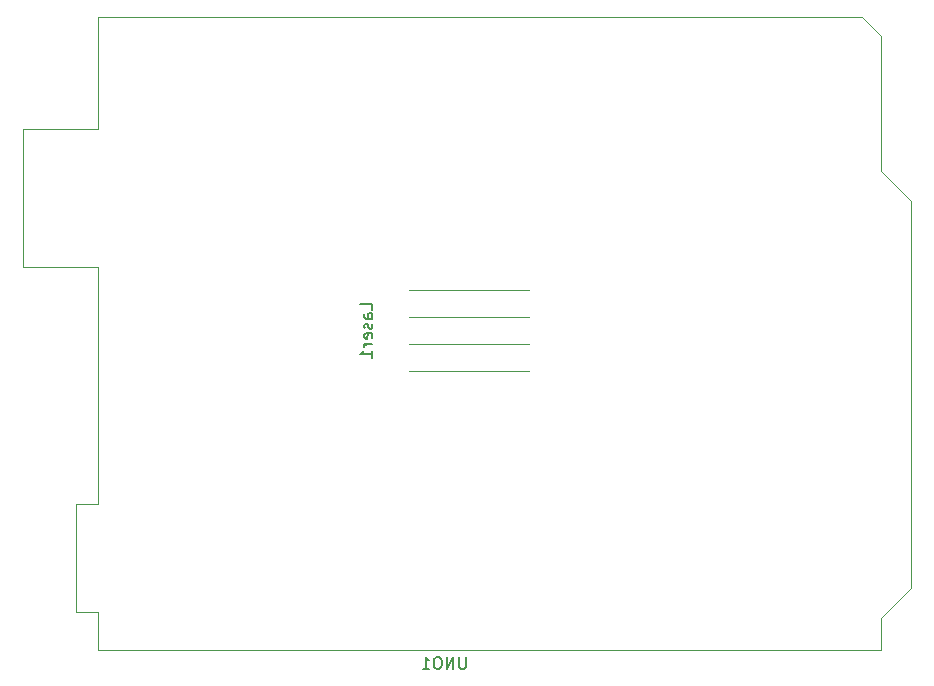
<source format=gbr>
%TF.GenerationSoftware,KiCad,Pcbnew,8.0.6*%
%TF.CreationDate,2025-01-14T17:09:45+01:00*%
%TF.ProjectId,Nivelador Laser,4e697665-6c61-4646-9f72-204c61736572,rev?*%
%TF.SameCoordinates,Original*%
%TF.FileFunction,Legend,Bot*%
%TF.FilePolarity,Positive*%
%FSLAX46Y46*%
G04 Gerber Fmt 4.6, Leading zero omitted, Abs format (unit mm)*
G04 Created by KiCad (PCBNEW 8.0.6) date 2025-01-14 17:09:45*
%MOMM*%
%LPD*%
G01*
G04 APERTURE LIST*
%ADD10C,0.150000*%
%ADD11C,0.120000*%
G04 APERTURE END LIST*
D10*
X161145819Y-69880094D02*
X161145819Y-69403904D01*
X161145819Y-69403904D02*
X160145819Y-69403904D01*
X161145819Y-70641999D02*
X160622009Y-70641999D01*
X160622009Y-70641999D02*
X160526771Y-70594380D01*
X160526771Y-70594380D02*
X160479152Y-70499142D01*
X160479152Y-70499142D02*
X160479152Y-70308666D01*
X160479152Y-70308666D02*
X160526771Y-70213428D01*
X161098200Y-70641999D02*
X161145819Y-70546761D01*
X161145819Y-70546761D02*
X161145819Y-70308666D01*
X161145819Y-70308666D02*
X161098200Y-70213428D01*
X161098200Y-70213428D02*
X161002961Y-70165809D01*
X161002961Y-70165809D02*
X160907723Y-70165809D01*
X160907723Y-70165809D02*
X160812485Y-70213428D01*
X160812485Y-70213428D02*
X160764866Y-70308666D01*
X160764866Y-70308666D02*
X160764866Y-70546761D01*
X160764866Y-70546761D02*
X160717247Y-70641999D01*
X161098200Y-71070571D02*
X161145819Y-71165809D01*
X161145819Y-71165809D02*
X161145819Y-71356285D01*
X161145819Y-71356285D02*
X161098200Y-71451523D01*
X161098200Y-71451523D02*
X161002961Y-71499142D01*
X161002961Y-71499142D02*
X160955342Y-71499142D01*
X160955342Y-71499142D02*
X160860104Y-71451523D01*
X160860104Y-71451523D02*
X160812485Y-71356285D01*
X160812485Y-71356285D02*
X160812485Y-71213428D01*
X160812485Y-71213428D02*
X160764866Y-71118190D01*
X160764866Y-71118190D02*
X160669628Y-71070571D01*
X160669628Y-71070571D02*
X160622009Y-71070571D01*
X160622009Y-71070571D02*
X160526771Y-71118190D01*
X160526771Y-71118190D02*
X160479152Y-71213428D01*
X160479152Y-71213428D02*
X160479152Y-71356285D01*
X160479152Y-71356285D02*
X160526771Y-71451523D01*
X161098200Y-72308666D02*
X161145819Y-72213428D01*
X161145819Y-72213428D02*
X161145819Y-72022952D01*
X161145819Y-72022952D02*
X161098200Y-71927714D01*
X161098200Y-71927714D02*
X161002961Y-71880095D01*
X161002961Y-71880095D02*
X160622009Y-71880095D01*
X160622009Y-71880095D02*
X160526771Y-71927714D01*
X160526771Y-71927714D02*
X160479152Y-72022952D01*
X160479152Y-72022952D02*
X160479152Y-72213428D01*
X160479152Y-72213428D02*
X160526771Y-72308666D01*
X160526771Y-72308666D02*
X160622009Y-72356285D01*
X160622009Y-72356285D02*
X160717247Y-72356285D01*
X160717247Y-72356285D02*
X160812485Y-71880095D01*
X161145819Y-72784857D02*
X160479152Y-72784857D01*
X160669628Y-72784857D02*
X160574390Y-72832476D01*
X160574390Y-72832476D02*
X160526771Y-72880095D01*
X160526771Y-72880095D02*
X160479152Y-72975333D01*
X160479152Y-72975333D02*
X160479152Y-73070571D01*
X161145819Y-73927714D02*
X161145819Y-73356286D01*
X161145819Y-73642000D02*
X160145819Y-73642000D01*
X160145819Y-73642000D02*
X160288676Y-73546762D01*
X160288676Y-73546762D02*
X160383914Y-73451524D01*
X160383914Y-73451524D02*
X160431533Y-73356286D01*
X169068523Y-99276819D02*
X169068523Y-100086342D01*
X169068523Y-100086342D02*
X169020904Y-100181580D01*
X169020904Y-100181580D02*
X168973285Y-100229200D01*
X168973285Y-100229200D02*
X168878047Y-100276819D01*
X168878047Y-100276819D02*
X168687571Y-100276819D01*
X168687571Y-100276819D02*
X168592333Y-100229200D01*
X168592333Y-100229200D02*
X168544714Y-100181580D01*
X168544714Y-100181580D02*
X168497095Y-100086342D01*
X168497095Y-100086342D02*
X168497095Y-99276819D01*
X168020904Y-100276819D02*
X168020904Y-99276819D01*
X168020904Y-99276819D02*
X167449476Y-100276819D01*
X167449476Y-100276819D02*
X167449476Y-99276819D01*
X166782809Y-99276819D02*
X166592333Y-99276819D01*
X166592333Y-99276819D02*
X166497095Y-99324438D01*
X166497095Y-99324438D02*
X166401857Y-99419676D01*
X166401857Y-99419676D02*
X166354238Y-99610152D01*
X166354238Y-99610152D02*
X166354238Y-99943485D01*
X166354238Y-99943485D02*
X166401857Y-100133961D01*
X166401857Y-100133961D02*
X166497095Y-100229200D01*
X166497095Y-100229200D02*
X166592333Y-100276819D01*
X166592333Y-100276819D02*
X166782809Y-100276819D01*
X166782809Y-100276819D02*
X166878047Y-100229200D01*
X166878047Y-100229200D02*
X166973285Y-100133961D01*
X166973285Y-100133961D02*
X167020904Y-99943485D01*
X167020904Y-99943485D02*
X167020904Y-99610152D01*
X167020904Y-99610152D02*
X166973285Y-99419676D01*
X166973285Y-99419676D02*
X166878047Y-99324438D01*
X166878047Y-99324438D02*
X166782809Y-99276819D01*
X165401857Y-100276819D02*
X165973285Y-100276819D01*
X165687571Y-100276819D02*
X165687571Y-99276819D01*
X165687571Y-99276819D02*
X165782809Y-99419676D01*
X165782809Y-99419676D02*
X165878047Y-99514914D01*
X165878047Y-99514914D02*
X165973285Y-99562533D01*
D11*
%TO.C,Laser1*%
X174381000Y-68182000D02*
X164251000Y-68182000D01*
X174381000Y-70502000D02*
X164251000Y-70502000D01*
X174381000Y-72782000D02*
X164251000Y-72782000D01*
X174381000Y-75102000D02*
X164251000Y-75102000D01*
%TO.C,UNO1*%
X131569000Y-54612000D02*
X131569000Y-66292000D01*
X131569000Y-66292000D02*
X137919000Y-66292000D01*
X136019000Y-86362000D02*
X136019000Y-95502000D01*
X136019000Y-95502000D02*
X137919000Y-95502000D01*
X137919000Y-45082000D02*
X137919000Y-54612000D01*
X137919000Y-54612000D02*
X131569000Y-54612000D01*
X137919000Y-66292000D02*
X137919000Y-86362000D01*
X137919000Y-86362000D02*
X136019000Y-86362000D01*
X137919000Y-95502000D02*
X137919000Y-98682000D01*
X137919000Y-98682000D02*
X204219000Y-98682000D01*
X202569000Y-45082000D02*
X137919000Y-45082000D01*
X204219000Y-46732000D02*
X202569000Y-45082000D01*
X204219000Y-58162000D02*
X204219000Y-46732000D01*
X204219000Y-96012000D02*
X206759000Y-93472000D01*
X204219000Y-98682000D02*
X204219000Y-96012000D01*
X206759000Y-60702000D02*
X204219000Y-58162000D01*
X206759000Y-93472000D02*
X206759000Y-60702000D01*
%TD*%
M02*

</source>
